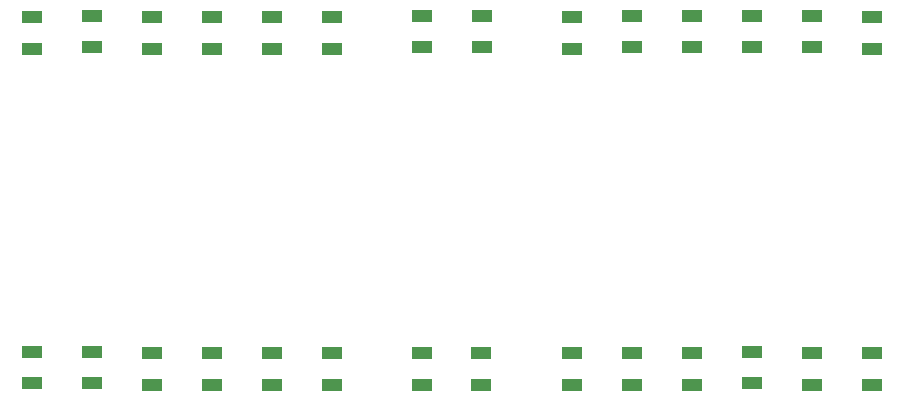
<source format=gtp>
%FSTAX23Y23*%
%MOIN*%
%SFA1B1*%

%IPPOS*%
%ADD13R,0.070080X0.044880*%
%LNtherms-1*%
%LPD*%
G54D13*
X01165Y00735D03*
Y0063D03*
X01965Y00735D03*
Y0063D03*
X02165Y00735D03*
Y0063D03*
X02365Y00735D03*
Y0063D03*
X02565Y00739D03*
Y00635D03*
X02765Y00735D03*
Y0063D03*
X02965Y00735D03*
Y0063D03*
X01465Y00735D03*
Y0063D03*
X01663Y00735D03*
Y0063D03*
X00165Y00739D03*
Y00635D03*
X00365Y00739D03*
Y00635D03*
X00565Y00735D03*
Y0063D03*
X00765Y00735D03*
Y0063D03*
X00965Y00735D03*
Y0063D03*
X02965Y01855D03*
Y0175D03*
X02765Y01859D03*
Y01755D03*
X02565Y01859D03*
Y01755D03*
X02365Y01859D03*
Y01755D03*
X02165Y01859D03*
Y01755D03*
X01965Y01855D03*
Y0175D03*
X01465Y01859D03*
Y01755D03*
X01665Y01859D03*
Y01755D03*
X01165Y01855D03*
Y0175D03*
X00965Y01855D03*
Y0175D03*
X00765Y01855D03*
Y0175D03*
X00565Y01855D03*
Y0175D03*
X00365Y01859D03*
Y01755D03*
X00165Y01855D03*
Y0175D03*
M02*
</source>
